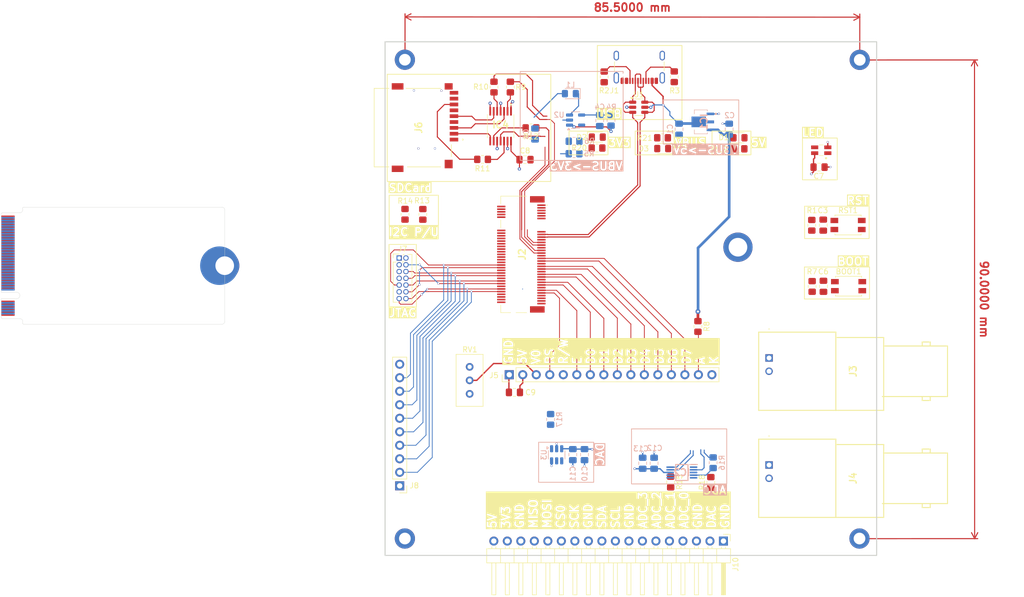
<source format=kicad_pcb>
(kicad_pcb (version 20240108) (generator "pcbnew") (generator_version "8.0")
  (layers (0 "F.Cu" signal) (31 "B.Cu" signal) (34 "B.Paste" user) (35 "F.Paste" user) (36 "B.SilkS" user "B.Silkscreen") (37 "F.SilkS" user "F.Silkscreen") (38 "B.Mask" user) (39 "F.Mask" user) (44 "Edge.Cuts" user))
  (net 0 "")
  (net 1 "/CHIP_BOOT")
  (net 2 "Earth")
  (net 3 "VBUS")
  (net 4 "+5V")
  (net 5 "/CHIP_PU")
  (net 6 "+3V3")
  (net 7 "/ADC_HDR_IN2")
  (net 8 "/ADC_RDY")
  (net 9 "/ADC_BNC_IN1")
  (net 10 "/ADC_HDR_IN0")
  (net 11 "/ADC_HDR_IN3")
  (net 12 "Net-(IC4-2A)")
  (net 13 "/DI_SDCARD")
  (net 14 "Net-(IC4-4A)")
  (net 15 "/CS_SDCARD")
  (net 16 "/SCK_SDCARD")
  (net 17 "Net-(IC4-1A)")
  (net 18 "Net-(IC4-3A)")
  (net 19 "/JTAG_MTDI")
  (net 20 "/JTAG_VCP_RX")
  (net 21 "/JTAG_VCP_TX")
  (net 22 "/ADC_MCU_IN0")
  (net 23 "/USB_CC2")
  (net 24 "/USB_D+")
  (net 26 "/USB_D-")
  (net 28 "/USB_CC1")
  (net 29 "/JTAG_MTMS")
  (net 30 "/DAC_MCU_OUT")
  (net 31 "Net-(U2-SW)")
  (net 32 "Net-(U2-EN)")
  (net 33 "Net-(U2-FB)")
  (net 34 "/CS0_SPI")
  (net 35 "/JTAG_MTDO")
  (net 36 "/LCD_V0")
  (net 37 "/LCD_A")
  (net 38 "/GPIO36")
  (net 39 "/JTAG_MTCK")
  (net 40 "/GPIO7")
  (net 41 "/GPIO38")
  (net 42 "/DAC_BNC_OUT")
  (net 43 "/SPICLK_N")
  (net 44 "/GPIO8")
  (net 45 "/SPICS1")
  (net 47 "/GPIO13")
  (net 48 "/GPIO1")
  (net 49 "/GPIO3")
  (net 50 "/GPIO10")
  (net 51 "/GPIO21")
  (net 52 "/GPIO45")
  (net 54 "/SPICLK_P")
  (net 55 "/GPIO5")
  (net 56 "/GPIO4")
  (net 58 "/GPIO37")
  (net 60 "/GPIO11")
  (net 61 "/DO_SDCARD")
  (net 63 "/GPIO14")
  (net 64 "/GPIO9")
  (net 66 "/GPIO2")
  (net 67 "/GPIO46")
  (net 68 "/ADC_HDR_IN1")
  (net 69 "/GPIO35")
  (net 70 "/DAC_HDR_OUT")
  (net 71 "/GPIO6")
  (net 73 "/GPIO17")
  (net 74 "Net-(D1-A)")
  (net 75 "Net-(D2-A)")
  (net 76 "Net-(D3-A)")
  (footprint "Github_Library:KHBNC503511" (layer "F.Cu") (at 221.65 109.6 -90)
    (property "Reference" "J4")
    (property "Value" "KH-BNC50-3511" (hide yes))
  )
  (footprint "Resistor_SMD:R_0805_2012Metric_Pad1.20x1.40mm_HandSolder" (layer "F.Cu") (at 210.7 112.875 90)
    (property "Reference" "R18")
    (property "Value" "10k")
  )
  (footprint "Capacitor_SMD:C_0805_2012Metric_Pad1.18x1.45mm_HandSolder" (layer "F.Cu") (at 175.7575 52.18875)
    (property "Reference" "C8")
    (property "Value" "100n")
  )
  (footprint "MountingHole:MountingHole_2.2mm_M2_DIN965_Pad" (layer "F.Cu") (at 238.7 33.425)
    (property "Reference" "REF**" (hide yes))
    (property "Value" "MountingHole_2.2mm_M2_DIN965_Pad")
  )
  (footprint "Connector_PinHeader_2.54mm:PinHeader_1x18_P2.54mm_Horizontal" (layer "F.Cu") (at 213.075 123.9 -90)
    (property "Reference" "J10")
    (property "Value" "Conn_01x18")
  )
  (footprint "Resistor_SMD:R_0805_2012Metric_Pad1.20x1.40mm_HandSolder" (layer "F.Cu") (at 189.3 50)
    (property "Reference" "R20")
    (property "Value" "5k1")
  )
  (footprint "LED_SMD:LED_0805_2012Metric_Pad1.15x1.40mm_HandSolder" (layer "F.Cu") (at 216 48.075)
    (property "Reference" "D1")
    (property "Value" "LED")
  )
  (footprint "Resistor_SMD:R_0805_2012Metric_Pad1.20x1.40mm_HandSolder" (layer "F.Cu") (at 203.825 36.6 -90)
    (property "Reference" "R3")
    (property "Value" "5k1")
  )
  (footprint "Resistor_SMD:R_0805_2012Metric_Pad1.20x1.40mm_HandSolder" (layer "F.Cu") (at 176.8825 46.21375 180)
    (property "Reference" "R12")
    (property "Value" "3k3")
  )
  (footprint "Capacitor_SMD:C_0805_2012Metric_Pad1.18x1.45mm_HandSolder" (layer "F.Cu") (at 231.835 64.5 90)
    (property "Reference" "C3")
    (property "Value" "100n")
  )
  (footprint "MountingHole:MountingHole_2.2mm_M2_DIN965_Pad" (layer "F.Cu") (at 153.175 33.4)
    (property "Reference" "REF**" (hide yes))
    (property "Value" "MountingHole_2.2mm_M2_DIN965_Pad")
  )
  (footprint "Resistor_SMD:R_0805_2012Metric_Pad1.20x1.40mm_HandSolder" (layer "F.Cu") (at 201.622473 48.075 180)
    (property "Reference" "R21")
    (property "Value" "5k1")
  )
  (footprint "Capacitor_SMD:C_0805_2012Metric_Pad1.18x1.45mm_HandSolder" (layer "F.Cu") (at 231.05 53.6)
    (property "Reference" "C7")
    (property "Value" "100n")
  )
  (footprint "Resistor_SMD:R_0805_2012Metric_Pad1.20x1.40mm_HandSolder" (layer "F.Cu") (at 153.2 62.462353 90)
    (property "Reference" "R14")
    (property "Value" "10k")
  )
  (footprint "Github_Library:WS2812C2020" (layer "F.Cu") (at 231.46 50.42)
    (property "Reference" "LED1" (hide yes))
    (property "Value" "WS2812C-2020" (hide yes))
  )
  (footprint "Package_TO_SOT_SMD:SOT-23-6" (layer "F.Cu") (at 197.15 42.3375)
    (property "Reference" "U1")
    (property "Value" "USBLC6-2SC6")
  )
  (footprint "LED_SMD:LED_0805_2012Metric_Pad1.15x1.40mm_HandSolder" (layer "F.Cu") (at 201.647473 50.1 180)
    (property "Reference" "D3")
    (property "Value" "LED")
  )
  (footprint "Resistor_SMD:R_0805_2012Metric_Pad1.20x1.40mm_HandSolder" (layer "F.Cu") (at 216 50.15)
    (property "Reference" "R19")
    (property "Value" "5k1")
  )
  (footprint "Connector_USB:USB_C_Receptacle_GCT_USB4105-xx-A_16P_TopMnt_Horizontal" (layer "F.Cu") (at 197.255 33.695 180)
    (property "Reference" "J1")
    (property "Value" "USB_C_Receptacle_USB2.0")
  )
  (footprint "Github_Library:SN74LVC125APWR" (layer "F.Cu") (at 171.175 45.89375 180)
    (property "Reference" "IC4")
    (property "Value" "SN74LVC125APWR" (hide yes))
  )
  (footprint "LED_SMD:LED_0805_2012Metric_Pad1.15x1.40mm_HandSolder" (layer "F.Cu") (at 189.35 47.95)
    (property "Reference" "D2")
    (property "Value" "LED")
  )
  (footprint "Connector_PinHeader_1.27mm:PinHeader_2x07_P1.27mm_Vertical" (layer "F.Cu") (at 152.105 70.685)
    (property "Reference" "J7")
    (property "Value" "Conn_ST_STDC14")
  )
  (footprint "Resistor_SMD:R_0805_2012Metric_Pad1.20x1.40mm_HandSolder" (layer "F.Cu") (at 167.7825 52.13875)
    (property "Reference" "R11")
    (property "Value" "3k3")
  )
  (footprint "Resistor_SMD:R_0805_2012Metric_Pad1.20x1.40mm_HandSolder" (layer "F.Cu") (at 229.685 64.525 -90)
    (property "Reference" "R1")
    (property "Value" "10k")
  )
  (footprint "Github_Library:TFPUSH" (layer "F.Cu") (at 154.6575 46.16375 -90)
    (property "Reference" "J6")
    (property "Value" "TF_PUSH" (hide yes))
  )
  (footprint "MountingHole:MountingHole_2.2mm_M2_DIN965_Pad" (layer "F.Cu") (at 153.175 123.425)
    (property "Reference" "REF**" (hide yes))
    (property "Value" "MountingHole_2.2mm_M2_DIN965_Pad")
  )
  (footprint "M.2-Card-Footprints:M.2-B-KEY" (layer "F.Cu") (at 77.3 72.125 -90)
    (property "Reference" "U$2" (hide yes))
    (property "Value" "M.2-B-KEY" (hide yes))
    (fp_line (start -9.75 0) (end 5 0) (stroke (width 0.05)) (layer "Edge.Cuts"))
    (fp_line (start 6.2 0) (end 9.75 0) (stroke (width 0.05)) (layer "Edge.Cuts"))
    (fp_line (start 9.95 -0.2) (end 9.95 -3.5) (stroke (width 0.05)) (layer "Edge.Cuts"))
    (fp_line (start 5 -2.9) (end 5 0) (stroke (width 0.05)) (layer "Edge.Cuts"))
    (fp_line (start 6.2 -2.9) (end 6.2 0) (stroke (width 0.05)) (layer "Edge.Cuts"))
    (fp_line (start -9.95 -3.5) (end -9.95 -0.2) (stroke (width 0.05)) (layer "Edge.Cuts"))
    (fp_line (start -10.8 -4) (end -10.45 -4) (stroke (width 0.05)) (layer "Edge.Cuts"))
    (fp_line (start 10.45 -4) (end 10.8 -4) (stroke (width 0.05)) (layer "Edge.Cuts"))
    (fp_line (start 11 -4.2) (end 11 -41.5) (stroke (width 0.05)) (layer "Edge.Cuts"))
    (fp_line (start -11 -41.5) (end -11 -4.2) (stroke (width 0.05)) (layer "Edge.Cuts"))
    (fp_line (start 10.5 -42) (end -10.5 -42) (stroke (width 0.05)) (layer "Edge.Cuts"))
    (fp_arc (start -9.75 0) (mid -9.891421 -0.058579) (end -9.95 -0.2) (stroke (width 0.05)) (layer "Edge.Cuts"))
    (fp_arc (start 9.95 -0.2) (mid 9.891421 -0.058579) (end 9.75 0) (stroke (width 0.05)) (layer "Edge.Cuts"))
    (fp_arc (start 5 -2.9) (mid 5.175736 -3.324264) (end 5.6 -3.5) (stroke (width 0.05)) (layer "Edge.Cuts"))
    (fp_arc (start 5.6 -3.5) (mid 6.024264 -3.324264) (end 6.2 -2.9) (stroke (width 0.05)) (layer "Edge.Cuts"))
    (fp_arc (start 9.95 -3.5) (mid 10.096447 -3.853553) (end 10.45 -4) (stroke (width 0.05)) (layer "Edge.Cuts"))
    (fp_arc (start -10.8 -4) (mid -10.941421 -4.058579) (end -11 -4.2) (stroke (width 0.05)) (layer "Edge.Cuts"))
    (fp_arc (start -10.45 -4) (mid -10.096447 -3.853553) (end -9.95 -3.5) (stroke (width 0.05)) (layer "Edge.Cuts"))
    (fp_arc (start 11 -4.2) (mid 10.941421 -4.058579) (end 10.8 -4) (stroke (width 0.05)) (layer "Edge.Cuts"))
    (fp_arc (start -11 -41.5) (mid -10.853553 -41.853553) (end -10.5 -42) (stroke (width 0.05)) (layer "Edge.Cuts"))
    (fp_arc (start 10.5 -42) (mid 10.853553 -41.853553) (end 11 -41.5) (stroke (width 0.05)) (layer "Edge.Cuts"))
  )
  (footprint "Resistor_SMD:R_0805_2012Metric_Pad1.20x1.40mm_HandSolder" (layer "F.Cu") (at 156.55 62.475 90)
    (property "Reference" "R13")
    (property "Value" "10k")
  )
  (footprint "Button_Switch_SMD:SW_SPST_EVQP2" (layer "F.Cu") (at 236.6 75.975)
    (property "Reference" "BOOT1")
    (property "Value" "SW_BOOT")
  )
  (footprint "Button_Switch_SMD:SW_SPST_EVQP2" (layer "F.Cu") (at 236.5 64.475)
    (property "Reference" "RST1")
    (property "Value" "SW_RST")
  )
  (footprint "Capacitor_SMD:C_0805_2012Metric_Pad1.18x1.45mm_HandSolder" (layer "F.Cu") (at 173.775 95.95 180)
    (property "Reference" "C9")
    (property "Value" "4u7")
  )
  (footprint "Resistor_SMD:R_0805_2012Metric_Pad1.20x1.40mm_HandSolder" (layer "F.Cu") (at 203.15 112.8 -90)
    (property "Reference" "R15")
    (property "Value" "10k")
  )
  (footprint "Resistor_SMD:R_0805_2012Metric_Pad1.20x1.40mm_HandSolder" (layer "F.Cu") (at 173.0075 38.53875 -90)
    (property "Reference" "R9")
    (property "Value" "3k3")
  )
  (footprint "Capacitor_SMD:C_0805_2012Metric_Pad1.18x1.45mm_HandSolder" (layer "F.Cu") (at 231.875 76 90)
    (property "Reference" "C6")
    (property "Value" "100n")
  )
  (footprint "Connector_PinHeader_2.54mm:PinHeader_1x16_P2.54mm_Vertical" (layer "F.Cu") (at 172.8 92.625 90)
    (property "Reference" "J5")
    (property "Value" "Conn_01x16")
  )
  (footprint "Potentiometer_THT:Potentiometer_Bourns_3296W_Vertical" (layer "F.Cu") (at 165.35 96.225 -90)
    (property "Reference" "RV1")
    (property "Value" "10k")
  )
  (footprint "Resistor_SMD:R_0805_2012Metric_Pad1.20x1.40mm_HandSolder" (layer "F.Cu") (at 169.9325 38.53875 -90)
    (property "Reference" "R10")
    (property "Value" "3k3")
  )
  (footprint "Resistor_SMD:R_0805_2012Metric_Pad1.20x1.40mm_HandSolder" (layer "F.Cu") (at 208.275 83.55 -90)
    (property "Reference" "R8")
    (property "Value" "220")
  )
  (footprint "Github_Library:KHBNC503511" (layer "F.Cu") (at 221.65 89.475 -90)
    (property "Reference" "J3")
    (property "Value" "KH-BNC50-3511" (hide yes))
  )
  (footprint "Connector_PinHeader_2.54mm:PinHeader_1x10_P2.54mm_Vertical" (layer "F.Cu") (at 152.2 113.515 180)
    (property "Reference" "J8")
    (property "Value" "Conn_01x10")
  )
  (footprint "" (layer "F.Cu") (at 215.8 68.65)
    (property "Reference" "")
    (property "Value" "")
  )
  (footprint "" (layer "F.Cu") (at 238.65 123.425)
    (property "Reference" "")
    (property "Value" "")
  )
  (footprint "Resistor_SMD:R_0805_2012Metric_Pad1.20x1.40mm_HandSolder" (layer "F.Cu") (at 229.75 76.025 -90)
    (property "Reference" "R7")
    (property "Value" "10k")
  )
  (footprint "Resistor_SMD:R_0805_2012Metric_Pad1.20x1.40mm_HandSolder" (layer "F.Cu") (at 190.65 36.625 -90)
    (property "Reference" "R2")
    (property "Value" "5k1")
  )
  (footprint "Github_Library:21992303" (layer "F.Cu") (at 173.575 70 -90)
    (property "Reference" "J2")
    (property "Value" "2199230-3" (hide yes))
  )
  (footprint "Capacitor_SMD:C_0805_2012Metric_Pad1.18x1.45mm_HandSolder" (layer "B.Cu") (at 186.95 107.65 -90)
    (property "Reference" "C10")
    (property "Value" "10u")
  )
  (footprint "Github_Library:SOP50P490X110-10N" (layer "B.Cu") (at 205.2525 111.005 180)
    (property "Reference" "IC2")
    (property "Value" "ADS1015IDGSR" (hide yes))
  )
  (footprint "Resistor_SMD:R_0805_2012Metric_Pad1.20x1.40mm_HandSolder" (layer "B.Cu") (at 184.9875 48.725 180)
    (property "Reference" "R6")
    (property "Value" "100k")
  )
  (footprint "Package_TO_SOT_SMD:SOT-23-5" (layer "B.Cu") (at 185.275 44.75)
    (property "Reference" "U2")
    (property "Value" "TLV62568DBV")
  )
  (footprint "Resistor_SMD:R_0805_2012Metric_Pad1.20x1.40mm_HandSolder" (layer "B.Cu") (at 191.9375 44.8 -90)
    (property "Reference" "R4")
    (property "Value" "10k")
  )
  (footprint "Capacitor_SMD:C_0805_2012Metric_Pad1.18x1.45mm_HandSolder" (layer "B.Cu") (at 184.75 107.65 -90)
    (property "Reference" "C11")
    (property "Value" "100n")
  )
  (footprint "LED_SMD:LED_0805_2012Metric_Pad1.15x1.40mm_HandSolder" (layer "B.Cu") (at 184.2875 39.775 180)
    (property "Reference" "L1")
    (property "Value" "2u2")
  )
  (footprint "Resistor_SMD:R_0805_2012Metric_Pad1.20x1.40mm_HandSolder" (layer "B.Cu") (at 180.575 101.025 90)
    (property "Reference" "R17")
    (property "Value" "3k3")
  )
  (footprint "Capacitor_SMD:C_0805_2012Metric_Pad1.18x1.45mm_HandSolder" (layer "B.Cu") (at 214.15 46.4625 90)
    (property "Reference" "C2")
    (property "Value" "1u")
  )
  (footprint "Capacitor_SMD:C_0805_2012Metric_Pad1.18x1.45mm_HandSolder" (layer "B.Cu") (at 189.8125 44.825 -90)
    (property "Reference" "C4")
    (property "Value" "4u7")
  )
  (footprint "Capacitor_SMD:C_0805_2012Metric_Pad1.18x1.45mm_HandSolder" (layer "B.Cu") (at 204.725 46.4625 -90)
    (property "Reference" "C1")
    (property "Value" "1u")
  )
  (footprint "Resistor_SMD:R_0805_2012Metric_Pad1.20x1.40mm_HandSolder" (layer "B.Cu") (at 184.9875 51.075)
    (property "Reference" "R5")
    (property "Value" "450k")
  )
  (footprint "Resistor_SMD:R_0805_2012Metric_Pad1.20x1.40mm_HandSolder" (layer "B.Cu") (at 211.135 109.17 90)
    (property "Reference" "R16")
    (property "Value" "3k3")
  )
  (footprint "Github_Library:MCP1703T5002EMB" (layer "B.Cu") (at 210.05 45.0875 -90)
    (property "Reference" "IC1")
    (property "Value" "MCP1702T-5002E_MB" (hide yes))
  )
  (footprint "Package_TO_SOT_SMD:SOT-23-6" (layer "B.Cu") (at 181.71 107.68 -90)
    (property "Reference" "U3")
    (property "Value" "MCP4725A0T-E/CH")
  )
  (footprint "Capacitor_SMD:C_0805_2012Metric_Pad1.18x1.45mm_HandSolder" (layer "B.Cu") (at 200.035 109.27 90)
    (property "Reference" "C12")
    (property "Value" "100n")
  )
  (footprint "Capacitor_SMD:C_0805_2012Metric_Pad1.18x1.45mm_HandSolder" (layer "B.Cu") (at 177.645 47.36375 -90)
    (property "Reference" "C5")
    (property "Value" "10u")
  )
  (footprint "Capacitor_SMD:C_0805_2012Metric_Pad1.18x1.45mm_HandSolder" (layer "B.Cu") (at 197.885 109.27 90)
    (property "Reference" "C13")
    (property "Value" "10u")
  )
  (gr_rect (start 178.325 105.324707) (end 188.675 112.85) (stroke (width 0.15)) (fill none) (layer "B.SilkS"))
  (gr_rect (start 174.8625 35.6) (end 194.212793 52.325) (stroke (width 0.15)) (fill none) (layer "B.SilkS"))
  (gr_rect (start 195.789853 102.805) (end 213.690146 113.155) (stroke (width 0.15)) (fill none) (layer "B.SilkS"))
  (gr_rect (start 201.75 40.9625) (end 215.950293 49.25) (stroke (width 0.15)) (fill none) (layer "B.SilkS"))
  (gr_rect (start 228.334854 60.95) (end 240.469708 67.025) (stroke (width 0.15)) (fill none) (layer "F.SilkS"))
  (gr_rect (start 150.199707 68.12) (end 155.325 79.87) (stroke (width 0.15)) (fill none) (layer "F.SilkS"))
  (gr_rect (start 149.8575 36.13875) (end 180.6075 56.28875) (stroke (width 0.15)) (fill none) (layer "F.SilkS"))
  (gr_rect (start 196.487353 46.825) (end 203.8 51.275) (stroke (width 0.15)) (fill none) (layer "F.SilkS"))
  (gr_rect (start 150.225 58.887353) (end 159.475 64.562646) (stroke (width 0.15)) (fill none) (layer "F.SilkS"))
  (gr_rect (start 189.362354 30.725) (end 205.275 44.65) (stroke (width 0.15)) (fill none) (layer "F.SilkS"))
  (gr_rect (start 228.299707 72.375) (end 240.534708 78.3875) (stroke (width 0.15)) (fill none) (layer "F.SilkS"))
  (gr_rect (start 227.9375 48.125) (end 234.468824 55.975) (stroke (width 0.15)) (fill none) (layer "F.SilkS"))
  (gr_rect (start 210.925 46.825) (end 218.237647 51.275) (stroke (width 0.15)) (fill none) (layer "F.SilkS"))
  (gr_rect (start 184.05 46.825) (end 191.362647 51.275) (stroke (width 0.15)) (fill none) (layer "F.SilkS"))
  (gr_rect (start 149.45 30.025) (end 241.875 126.6) (stroke (width 0.2)) (fill none) (layer "Edge.Cuts"))
  (gr_text "VBUS->3V3" (at 194.2875 54.3 -0) (layer "B.SilkS" knockout) (effects (font (size 1.5 1.5) (thickness 0.3) (bold yes)) (justify left bottom mirror)))
  (gr_text "ADC" (at 213.764853 115.23 -0) (layer "B.SilkS" knockout) (effects (font (size 1.5 1.5) (thickness 0.3) (bold yes)) (justify left bottom mirror)))
  (gr_text "VBUS->5V" (at 216.025 51.225 0) (layer "B.SilkS" knockout) (effects (font (size 1.5 1.5) (thickness 0.3) (bold yes)) (justify left bottom mirror)))
  (gr_text "DAC" (at 190.75 105.25 90) (layer "B.SilkS" knockout) (effects (font (size 1.5 1.5) (thickness 0.3) (bold yes)) (justify left bottom mirror)))
  (gr_text "GND\n5V\nV0\nRS\nR/W\nE\nD0\nD1\nD2\nD3\nD4\nD5\nD6\nD7\nA\nK\n" (at 192 90.825 90) (layer "F.SilkS" knockout) (effects (font (size 1.6 1.5) (thickness 0.3) (bold yes)) (justify left)))
  (gr_text "RST" (at 236.075 60.75 0) (layer "F.SilkS" knockout) (effects (font (size 1.5 1.5) (thickness 0.3) (bold yes)) (justify left bottom)))
  (gr_text "3V3" (at 191.25 49.9 0) (layer "F.SilkS" knockout) (effects (font (size 1.5 1.5) (thickness 0.3) (bold yes)) (justify left bottom)))
  (gr_text "5V\n3V3\nGND\nMISO\nMOSI\nCS0\nSCK\nGND\nSDA\nSCL\nGND\nADC_3\nADC_2\nADC_1\nADC_0\nGND\nDAC\nGND" (at 191.5 121.675 90) (layer "F.SilkS" knockout) (effects (font (size 1.6 1.5) (thickness 0.3) (bold yes)) (justify left)))
  (gr_text "I2C P/U" (at 149.937647 66.687353 0) (layer "F.SilkS" knockout) (effects (font (size 1.5 1.5) (thickness 0.3) (bold yes)) (justify left bottom)))
  (gr_text "5V" (at 218.075 49.9 0) (layer "F.SilkS" knockout) (effects (font (size 1.5 1.5) (thickness 0.3) (bold yes)) (justify left bottom)))
  (gr_text "SDCard" (at 149.95 58.375 -0) (layer "F.SilkS" knockout) (effects (font (size 1.5 1.5) (thickness 0.3) (bold yes)) (justify left bottom)))
  (gr_text "JTAG" (at 150.05 81.895 0) (layer "F.SilkS" knockout) (effects (font (size 1.5 1.5) (thickness 0.3) (bold yes)) (justify left bottom)))
  (gr_text "LED" (at 227.625 48.025 0) (layer "F.SilkS" knockout) (effects (font (size 1.5 1.5) (thickness 0.3) (bold yes)) (justify left bottom)))
  (gr_text "VBUS" (at 203.762353 49.9 0) (layer "F.SilkS" knockout) (effects (font (size 1.5 1.5) (thickness 0.3) (bold yes)) (justify left bottom)))
  (gr_text "BOOT" (at 240.515 72.2 0) (layer "F.SilkS" knockout) (effects (font (size 1.5 1.5) (thickness 0.3) (bold yes)) (justify right bottom)))
  (gr_text "USB" (at 189.2 44.475 0) (layer "F.SilkS" knockout) (effects (font (size 1.5 1.5) (thickness 0.3) (bold yes)) (justify left bottom)))
  (dimension (type aligned) (layer "F.Cu") (pts (xy 153.2 33.4) (xy 238.7 33.45)) (height -8.05) (gr_text "85,5000 mm" (at 195.955761 23.575001 359.9664937) (layer "F.Cu") (effects (font (size 1.5 1.5) (thickness 0.3)))) (format (prefix "") (suffix "") (units 3) (units_format 1) (precision 4)) (style (thickness 0.2) (arrow_length 1.27) (text_position_mode 0) (extension_height 0.58642) (extension_offset 0.5) keep_text_aligned))
  (dimension (type aligned) (layer "F.Cu") (pts (xy 238.7 33.45) (xy 238.725 123.45)) (height -21.575) (gr_text "90,0000 mm" (at 262.087499 78.443507 270.0159155) (layer "F.Cu") (effects (font (size 1.5 1.5) (thickness 0.3)))) (format (prefix "") (suffix "") (units 3) (units_format 1) (precision 4)) (style (thickness 0.2) (arrow_length 1.27) (text_position_mode 0) (extension_height 0.58642) (extension_offset 0.5) keep_text_aligned))
  (segment (start 172.475 50.10625) (end 172.4825 50.11375) (width 0.2) (layer "F.Cu") (net 2))
  (segment (start 171.175 41.59625) (end 171.1825 41.58875) (width 0.2) (layer "F.Cu") (net 2))
  (segment (start 173.1325 41.58875) (end 173.1325 43.03625) (width 0.2) (layer "F.Cu") (net 2))
  (segment (start 169.2 43.09375) (end 169.2 41.59625) (width 0.2) (layer "F.Cu") (net 2))
  (segment (start 173.1325 43.03625) (end 173.125 43.04375) (width 0.2) (layer "F.Cu") (net 2))
  (segment (start 232.1125 53.575) (end 232.0875 53.6) (width 0.25) (layer "F.Cu") (net 2))
  (segment (start 173.4325 41.28875) (end 173.1325 41.58875) (width 0.2) (layer "F.Cu") (net 2))
  (segment (start 233.175 53.575) (end 232.1125 53.575) (width 0.25) (layer "F.Cu") (net 2))
  (segment (start 232.695 48.905) (end 232.695 49.87) (width 0.25) (layer "F.Cu") (net 2))
  (segment (start 170.525 50.10625) (end 170.5325 50.11375) (width 0.2) (layer "F.Cu") (net 2))
  (segment (start 172.7375 95.95) (end 172.7375 92.6875) (width 0.25) (layer "F.Cu") (net 2))
  (segment (start 170.525 48.69375) (end 170.525 50.10625) (width 0.2) (layer "F.Cu") (net 2))
  (segment (start 194.9125 42.3375) (end 194.9 42.325) (width 0.2) (layer "F.Cu") (net 2))
  (segment (start 196.0125 42.3375) (end 194.9125 42.3375) (width 0.2) (layer "F.Cu") (net 2))
  (segment (start 169.2 41.59625) (end 169.2075 41.58875) (width 0.2) (layer "F.Cu") (net 2))
  (segment (start 172.7375 92.6875) (end 172.8 92.625) (width 0.25) (layer "F.Cu") (net 2))
  (segment (start 172.475 48.69375) (end 172.475 50.10625) (width 0.2) (layer "F.Cu") (net 2))
  (segment (start 171.175 43.09375) (end 171.175 41.59625) (width 0.2) (layer "F.Cu") (net 2))
  (via (at 232.695 48.905) (size 0.4) (drill 0.3) (layers "F.Cu" "B.Cu") (net 2))
  (via (at 212.925 45.425) (size 0.4) (drill 0.3) (layers "F.Cu" "B.Cu") (net 2))
  (via (at 204.725 48.475) (size 0.4) (drill 0.3) (layers "F.Cu" "B.Cu") (net 2))
  (via (at 171.1825 41.58875) (size 0.6) (drill 0.3) (layers "F.Cu" "B.Cu") (net 2))
  (via (at 233.175 53.575) (size 0.4) (drill 0.3) (layers "F.Cu" "B.Cu") (net 2))
  (via (at 155.7075 50.08875) (size 0.4) (drill 0.3) (layers "F.Cu" "B.Cu") (net 2))
  (via (at 172.4825 50.11375) (size 0.6) (drill 0.3) (layers "F.Cu" "B.Cu") (net 2))
  (via (at 160.0325 39.22625) (size 0.4) (drill 0.3) (layers "F.Cu" "B.Cu") (net 2))
  (via (at 169.2075 41.58875) (size 0.6) (drill 0.3) (layers "F.Cu" "B.Cu") (net 2))
  (via (at 181.71 105.5925) (size 0.4) (drill 0.3) (layers "F.Cu" "B.Cu") (net 2))
  (via (at 197.875 107.2) (size 0.4) (drill 0.3) (layers "F.Cu" "B.Cu") (net 2))
  (via (at 180.76 109.7675) (size 0.4) (drill 0.3) (layers "F.Cu" "B.Cu") (net 2))
  (via (at 194.9 42.325) (size 0.6) (drill 0.3) (layers "F.Cu" "B.Cu") (net 2))
  (via (at 186.96 109.7675) (size 0.4) (drill 0.3) (layers "F.Cu" "B.Cu") (net 2))
  (via (at 173.4325 41.28875) (size 0.6) (drill 0.3) (layers "F.Cu" "B.Cu") (net 2))
  (via (at 158.8325 50.08875) (size 0.4) (drill 0.3) (layers "F.Cu" "B.Cu") (net 2))
  (via (at 200.025 107.225) (size 0.4) (drill 0.3) (layers "F.Cu" "B.Cu") (net 2))
  (via (at 212.225 43.575) (size 0.4) (drill 0.3) (layers "F.Cu" "B.Cu") (net 2))
  (via (at 170.5325 50.11375) (size 0.6) (drill 0.3) (layers "F.Cu" "B.Cu") (net 2))
  (via (at 154.8825 39.17625) (size 0.4) (drill 0.3) (layers "F.Cu" "B.Cu") (net 2))
  (via (at 184.76 109.7425) (size 0.4) (drill 0.3) (layers "F.Cu" "B.Cu") (net 2))
  (segment (start 180.76 108.8175) (end 180.76 109.7675) (width 0.25) (layer "B.Cu") (net 2))
  (segment (start 184.75 109.7325) (end 184.76 109.7425) (width 0.25) (layer "B.Cu") (net 2))
  (segment (start 210.613 43.5875) (end 212.2125 43.5875) (width 0.25) (layer "B.Cu") (net 2))
  (segment (start 184.1375 44.75) (end 182.8625 44.75) (width 0.2) (layer "B.Cu") (net 2))
  (segment (start 184.75 108.6875) (end 184.75 109.7325) (width 0.25) (layer "B.Cu") (net 2))
  (segment (start 197.885 107.21) (end 197.875 107.2) (width 0.25) (layer "B.Cu") (net 2))
  (segment (start 204.725 47.5) (end 204.725 48.475) (width 0.25) (layer "B.Cu") (net 2))
  (segment (start 200.035 107.235) (end 200.025 107.225) (width 0.25) (layer "B.Cu") (net 2))
  (segment (start 186.95 109.7575) (end 186.96 109.7675) (width 0.25) (layer "B.Cu") (net 2))
  (segment (start 200.035 108.2325) (end 200.035 107.235) (width 0.25) (layer "B.Cu") (net 2))
  (segment (start 212.2125 43.5875) (end 212.225 43.575) (width 0.25) (layer "B.Cu") (net 2))
  (segment (start 186.95 108.6875) (end 186.95 109.7575) (width 0.25) (layer "B.Cu") (net 2))
  (segment (start 214.15 45.425) (end 212.925 45.425) (width 0.25) (layer "B.Cu") (net 2))
  (segment (start 197.885 108.2325) (end 197.885 107.21) (width 0.25) (layer "B.Cu") (net 2))
  (segment (start 181.71 106.5425) (end 181.71 105.5925) (width 0.25) (layer "B.Cu") (net 2))
  (segment (start 199.3875 42.3375) (end 199.4 42.35) (width 0.2) (layer "F.Cu") (net 3))
  (segment (start 199.655 38.23) (end 199.655 37.375) (width 0.25) (layer "F.Cu") (net 3))
  (segment (start 198.2875 42.3375) (end 199.3875 42.3375) (width 0.2) (layer "F.Cu") (net 3))
  (segment (start 201.725 41.9) (end 201.725 40.3) (width 0.25) (layer "F.Cu") (net 3))
  (segment (start 201.725 40.3) (end 199.655 38.23) (width 0.25) (layer "F.Cu") (net 3))
  (via (at 199.4 42.35) (size 0.6) (drill 0.3) (layers "F.Cu" "B.Cu") (net 3))
  (via (at 201.725 41.9) (size 0.45) (drill 0.3) (layers "F.Cu" "B.Cu") (net 3))
  (segment (start 189.825 43.8) (end 189.8125 43.7875) (width 0.2) (layer "B.Cu") (net 3))
  (segment (start 201.725 41.9) (end 203 43.175) (width 0.2) (layer "B.Cu") (net 3))
  (segment (start 204.75 45.4) (end 204.725 45.425) (width 0.25) (layer "B.Cu") (net 3))
  (segment (start 186.425 43.7875) (end 186.4125 43.8) (width 0.2) (layer "B.Cu") (net 3))
  (segment (start 191.9375 43.8) (end 189.825 43.8) (width 0.2) (layer "B.Cu") (net 3))
  (segment (start 199.85 41.9) (end 199.4 42.35) (width 0.2) (layer "B.Cu") (net 3))
  (segment (start 204.6 45.425) (end 204.725 45.425) (width 0.2) (layer "B.Cu") (net 3))
  (segment (start 208.425 45.0875) (end 208.1125 45.4) (width 0.25) (layer "B.Cu") (net 3))
  (segment (start 203 43.825) (end 204.6 45.425) (width 0.2) (layer "B.Cu") (net 3))
  (segment (start 201.725 41.9) (end 199.85 41.9) (width 0.2) (layer "B.Cu") (net 3))
  (segment (start 203 43.175) (end 203 43.825) (width 0.2) (layer "B.Cu") (net 3))
  (segment (start 208.1125 45.4) (end 204.75 45.4) (width 0.5) (layer "B.Cu") (net 3))
  (segment (start 189.8125 43.7875) (end 186.425 43.7875) (width 0.2) (layer "B.Cu") (net 3))
  (segment (start 208.275 82.55) (end 208.275 80.75) (width 0.5) (layer "F.Cu") (net 4))
  (segment (start 174.8125 94.6875) (end 175.34 94.16) (width 0.25) (layer "F.Cu") (net 4))
  (segment (start 175.34 94.16) (end 175.34 92.625) (width 0.25) (layer "F.Cu") (net 4))
  (segment (start 174.8125 95.95) (end 174.8125 94.6875) (width 0.25) (layer "F.Cu") (net 4))
  (via (at 208.275 80.75) (size 0.9) (drill 0.4) (layers "F.Cu" "B.Cu") (net 4))
  (segment (start 210.613 46.5875) (end 212.0375 46.5875) (width 0.5) (layer "B.Cu") (net 4))
  (segment (start 212.95 47.5) (end 214.15 47.5) (width 0.5) (layer "B.Cu") (net 4))
  (segment (start 212.0375 46.5875) (end 212.95 47.5) (width 0.5) (layer "B.Cu") (net 4))
  (segment (start 214.15 47.5) (end 214.15 62.925) (width 0.5) (layer "B.Cu") (net 4))
  (segment (start 214.15 62.925) (end 208.3 68.775) (width 0.5) (layer "B.Cu") (net 4))
  (segment (start 208.3 80.725) (end 208.275 80.75) (width 0.5) (layer "B.Cu") (net 4))
  (segment (start 208.3 68.775) (end 208.3 80.725) (width 0.5) (layer "B.Cu") (net 4))
  (segment (start 174.72 53.92625) (end 174.7075 53.93875) (width 0.2) (layer "F.Cu") (net 6))
  (segment (start 230.0125 52.0875) (end 230.0125 53.6) (width 0.25) (layer "F.Cu") (net 6))
  (segment (start 230.225 51.875) (end 230.0125 52.0875) (width 0.25) (layer "F.Cu") (net 6))
  (segment (start 230.0125 54.4625) (end 229.6 54.875) (width 0.25) (layer "F.Cu") (net 6))
  (segment (start 230.0125 53.6) (end 230.0125 54.4625) (width 0.25) (layer "F.Cu") (net 6))
  (segment (start 173.1325 50.33875) (end 173.125 50.33125) (width 0.2) (layer "F.Cu") (net 6))
  (segment (start 174.72 52.18875) (end 174.72 53.92625) (width 0.2) (layer "F.Cu") (net 6))
  (segment (start 230.225 50.97) (end 230.225 51.875) (width 0.25) (layer "F.Cu") (net 6))
  (segment (start 173.125 50.33125) (end 173.125 48.69375) (width 0.2) (layer "F.Cu") (net 6))
  (segment (start 173.1325 50.60125) (end 173.1325 50.33875) (width 0.2) (layer "F.Cu") (net 6))
  (segment (start 174.72 52.18875) (end 173.1325 50.60125) (width 0.2) (layer "F.Cu") (net 6))
  (via (at 229.6 54.875) (size 0.45) (drill 0.3) (layers "F.Cu" "B.Cu") (net 6))
  (via (at 188.385 106.6425) (size 0.45) (drill 0.3) (layers "F.Cu" "B.Cu") (net 6))
  (via (at 196.4 110.3) (size 0.45) (drill 0.3) (layers "F.Cu" "B.Cu") (net 6))
  (via (at 174.7075 53.93875) (size 0.6) (drill 0.3) (layers "F.Cu" "B.Cu") (net 6))
  (segment (start 184.68 106.5425) (end 184.75 106.6125) (width 0.25) (layer "B.Cu") (net 6))
  (segment (start 184.75 106.6125) (end 186.95 106.6125) (width 0.25) (layer "B.Cu") (net 6))
  (segment (start 197.885 110.3075) (end 196.4075 110.3075) (width 0.25) (layer "B.Cu") (net 6))
  (segment (start 182.7375 39.775) (end 181.9 39.775) (width 0.2) (layer "B.Cu") (net 6))
  (segment (start 200.035 110.3075) (end 201.1575 110.3075) (width 0.25) (layer "B.Cu") (net 6))
  (segment (start 186.95 106.6125) (end 188.355 106.6125) (width 0.25) (layer "B.Cu") (net 6))
  (segment (start 201.1575 110.3075) (end 201.855 111.005) (width 0.25) (layer "B.Cu") (net 6))
  (segment (start 201.855 111.005) (end 203.0525 111.005) (width 0.25) (layer "B.Cu") (net 6))
  (segment (start 181.9 39.775) (end 177.4625 44.2125) (width 0.2) (layer "B.Cu") (net 6))
  (segment (start 182.66 106.5425) (end 184.68 106.5425) (width 0.25) (layer "B.Cu") (net 6))
  (segment (start 188.355 106.6125) (end 188.385 106.6425) (width 0.25) (layer "B.Cu") (net 6))
  (segment (start 196.4075 110.3075) (end 196.4 110.3) (width 0.25) (layer "B.Cu") (net 6))
  (segment (start 197.885 110.3075) (end 200.035 110.3075) (width 0.25) (layer "B.Cu") (net 6))
  (segment (start 183.9875 51.075) (end 182.4375 51.075) (width 0.2) (layer "B.Cu") (net 6))
  (segment (start 209.435 110.12) (end 209.435 108.52) (width 0.2) (layer "B.Cu") (net 8))
  (segment (start 209.05 110.505) (end 209.435 110.12) (width 0.2) (layer "B.Cu") (net 8))
  (segment (start 207.4525 110.505) (end 209.05 110.505) (width 0.2) (layer "B.Cu") (net 8))
  (segment (start 208.81 107.495) (end 208.81 106.72) (width 0.2) (layer "B.Cu") (net 8))
  (segment (start 209.435 108.12) (end 208.96 107.645) (width 0.2) (layer "B.Cu") (net 8))
  (segment (start 208.96 107.645) (end 208.81 107.495) (width 0.2) (layer "B.Cu") (net 8))
  (segment (start 209.435 108.52) (end 209.435 108.12) (width 0.2) (layer "B.Cu") (net 8))
  (segment (start 209.8 111.505) (end 211.135 110.17) (width 0.2) (layer "B.Cu") (net 10))
  (segment (start 207.4525 111.505) (end 209.8 111.505) (width 0.2) (layer "B.Cu") (net 10))
  (segment (start 169.9325 40.76375) (end 170.525 41.35625) (width 0.2) (layer "F.Cu") (net 12))
  (segment (start 170.525 41.35625) (end 170.525 43.09375) (width 0.2) (layer "F.Cu") (net 12))
  (segment (start 169.9325 39.53875) (end 169.9325 40.76375) (width 0.2) (layer "F.Cu") (net 12))
  (segment (start 170.9325 45.43875) (end 166.42 45.43875) (width 0.2) (layer "F.Cu") (net 13))
  (segment (start 171.825 43.09375) (end 171.825 44.54625) (width 0.2) (layer "F.Cu") (net 13))
  (segment (start 171.825 44.54625) (end 170.9325 45.43875) (width 0.2) (layer "F.Cu") (net 13))
  (segment (start 166.42 45.43875) (end 165.645 46.21375) (width 0.2) (layer "F.Cu") (net 13))
  (segment (start 165.645 46.21375) (end 162.4075 46.21375) (width 0.2) (layer "F.Cu") (net 13))
  (segment (start 171.825 50.87125) (end 170.5575 52.13875) (width 0.2) (layer "F.Cu") (net 14))
  (segment (start 171.825 48.69375) (end 171.825 50.87125) (width 0.2) (layer "F.Cu") (net 14))
  (segment (start 170.5575 52.13875) (end 168.7825 52.13875) (width 0.2) (layer "F.Cu") (net 14))
  (segment (start 169.225 47.70625) (end 168.8325 47.31375) (width 0.2) (layer "F.Cu") (net 15))
  (segment (start 168.8325 47.31375) (end 162.4075 47.31375) (width 0.2) (layer "F.Cu") (net 15))
  (segment (start 169.225 48.69375) (end 169.225 47.70625) (width 0.2) (layer "F.Cu") (net 15))
  (segment (start 166.4325 44.71375) (end 165.7575 44.03875) (width 0.2) (layer "F.Cu") (net 16))
  (segment (start 165.7575 44.03875) (end 162.4325 44.03875) (width 0.2) (layer "F.Cu") (net 16))
  (segment (start 162.4325 44.03875) (end 162.4075 44.01375) (width 0.2) (layer "F.Cu") (net 16))
  (segment (start 169.875 43.09375) (end 169.875 44.34625) (width 0.2) (layer "F.Cu") (net 16))
  (segment (start 169.5075 44.71375) (end 166.4325 44.71375) (width 0.2) (layer "F.Cu") (net 16))
  (segment (start 169.875 44.34625) (end 169.5075 44.71375) (width 0.2) (layer "F.Cu") (net 16))
  (segment (start 172.475 41.32125) (end 173.0075 40.78875) (width 0.2) (layer "F.Cu") (net 17))
  (segment (start 173.0075 40.78875) (end 173.0075 39.53875) (width 0.2) (layer "F.Cu") (net 17))
  (segment (start 172.475 43.09375) (end 172.475 41.32125) (width 0.2) (layer "F.Cu") (net 17))
  (segment (start 169.875 48.69375) (end 169.875 47.69375) (width 0.2) (layer "F.Cu") (net 18))
  (segment (start 171.355 46.21375) (end 175.8825 46.21375) (width 0.2) (layer "F.Cu") (net 18))
  (segment (start 169.875 47.69375) (end 171.355 46.21375) (width 0.2) (layer "F.Cu") (net 18))
  (segment (start 154.685 75.765) (end 155.45 75) (width 0.15) (layer "F.Cu") (net 19))
  (segment (start 155.45 75) (end 162.675 75) (width 0.15) (layer "F.Cu") (net 19))
  (segment (start 162.725 75) (end 171.3 75) (width 0.15) (layer "F.Cu") (net 19))
  (segment (start 153.375 75.765) (end 154.685 75.765) (width 0.15) (layer "F.Cu") (net 19))
  (via (at 163.5 75) (size 0.4) (drill 0.3) (layers "F.Cu" "B.Cu") (net 19))
  (segment (start 156.575 101.6) (end 156.575 85.725) (width 0.15) (layer "B.Cu") (net 19))
  (segment (start 152.2 103.355) (end 154.82 103.355) (width 0.15) (layer "B.Cu") (net 19))
  (segment (start 163.5 78.8) (end 163.5 75) (width 0.15) (layer "B.Cu") (net 19))
  (segment (start 154.82 103.355) (end 156.575 101.6) (width 0.15) (layer "B.Cu") (net 19))
  (segment (start 156.575 85.725) (end 163.5 78.8) (width 0.15) (layer "B.Cu") (net 19))
  (segment (start 156.325 77.575) (end 154.525 79.375) (width 0.15) (layer "F.Cu") (net 20))
  (segment (start 152.375 79.375) (end 152.105 79.105) (width 0.15) (layer "F.Cu") (net 20))
  (segment (start 152.105 79.105) (end 152.105 78.305) (width 0.15) (layer "F.Cu") (net 20))
  (segment (start 154.525 79.375) (end 152.375 79.375) (width 0.15) (layer "F.Cu") (net 20))
  (segment (start 157.375 76.525) (end 157.4 76.5) (width 0.15) (layer "F.Cu") (net 20))
  (segment (start 157.4 76.5) (end 171.3 76.5) (width 0.15) (layer "F.Cu") (net 20))
  (via (at 164.9 76.5) (size 0.4) (drill 0.3) (layers "F.Cu" "B.Cu") (net 20))
  (via (at 157.375 76.525) (size 0.4) (drill 0.3) (layers "F.Cu" "B.Cu") (net 20))
  (via (at 156.325 77.575) (size 0.4) (drill 0.3) (layers "F.Cu" "B.Cu") (net 20))
  (segment (start 155.39 108.435) (end 157.75 106.075) (width 0.15) (layer "B.Cu") (net 20))
  (segment (start 164.9 78.975) (end 164.9 76.5) (width 0.15) (layer "B.Cu") (net 20))
  (segment (start 175.3 76.525) (end 175.325 76.5) (width 0.15) (layer "B.Cu") (net 20))
  (segment (start 157.75 106.075) (end 157.75 86.125) (width 0.15) (layer "B.Cu") (net 20))
  (segment (start 157.75 86.125) (end 164.9 78.975) (width 0.15) (layer "B.Cu") (net 20))
  (segment (start 157.375 76.525) (end 156.325 77.575) (width 0.15) (layer "B.Cu") (net 20))
  (segment (start 152.2 108.435) (end 155.39 108.435) (width 0.15) (layer "B.Cu") (net 20))
  (segment (start 153.375 78.305) (end 154.495 78.305) (width 0.15) (layer "F.Cu") (net 21))
  (segment (start 157.577409 77) (end 163.9 77) (width 0.15) (layer "F.Cu") (net 21))
  (segment (start 154.495 78.305) (end 155.8 77) (width 0.15) (layer "F.Cu") (net 21))
  (segment (start 157.172591 77) (end 157.176591 77.004) (width 0.15) (layer "F.Cu") (net 21))
  (segment (start 157.176591 77.004) (end 157.573409 77.004) (width 0.15) (layer "F.Cu") (net 21))
  (segment (start 157.573409 77.004) (end 157.577409 77) (width 0.15) (layer "F.Cu") (net 21))
  (segment (start 155.8 77) (end 157.172591 77) (width 0.15) (layer "F.Cu") (net 21))
  (segment (start 163.95 77) (end 171.3 77) (width 0.15) (layer "F.Cu") (net 21))
  (via (at 165.675 77) (size 0.4) (drill 0.3) (layers "F.Cu" "B.Cu") (net 21))
  (segment (start 158.325 108.175) (end 155.525 110.975) (width 0.15) (layer "B.Cu") (net 21))
  (segment (start 165.675 77) (end 165.675 78.975) (width 0.15) (layer "B.Cu") (net 21))
  (segment (start 158.325 86.325) (end 158.325 108.175) (width 0.15) (layer "B.Cu") (net 21))
  (segment (start 165.675 78.975) (end 158.325 86.325) (width 0.15) (layer "B.Cu") (net 21))
  (segment (start 155.525 110.975) (end 152.2 110.975) (width 0.15) (layer "B.Cu") (net 21))
  (segment (start 210.335 108.17) (end 209.685 107.52) (width 0.2) (layer "B.Cu") (net 22))
  (segment (start 209.685 107.52) (end 209.46 107.295) (width 0.2) (layer "B.Cu") (net 22))
  (segment (start 209.46 107.295) (end 209.46 106.795) (width 0.2) (layer "B.Cu") (net 22))
  (segment (start 211.135 108.17) (end 210.335 108.17) (width 0.2) (layer "B.Cu") (net 22))
  (segment (start 190.775 35.625) (end 190.65 35.625) (width 0.2) (layer "F.Cu") (net 23))
  (segment (start 191.7 34.7) (end 190.775 35.625) (width 0.2) (layer "F.Cu") (net 23))
  (segment (start 194.775 34.7) (end 191.7 34.7) (width 0.2) (layer "F.Cu") (net 23))
  (segment (start 195.505 37.375) (end 195.505 35.43) (width 0.2) (layer "F.Cu") (net 23))
  (segment (start 195.505 35.43) (end 194.775 34.7) (width 0.2) (layer "F.Cu") (net 23))
  (segment (start 196.0125 41.3875) (end 194.6625 41.3875) (width 0.2) (layer "F.Cu") (net 24))
  (segment (start 196.95 56.9568) (end 196.95 45.4) (width 0.2) (layer "F.Cu") (net 24))
  (segment (start 196.95 45.4) (end 196.925 45.375) (width 0.2) (layer "F.Cu") (net 24))
  (segment (start 196.0125 44.281251) (end 196.0125 43.2875) (width 0.2) (layer "F.Cu") (net 24))
  (segment (start 194.25 42.925) (end 194.6125 43.2875) (width 0.2) (layer "F.Cu") (net 24))
  (segment (start 180.037501 66.275) (end 187.6318 66.275) (width 0.2) (layer "F.Cu") (net 24))
  (segment (start 196.505 36.32) (end 196.505 37.375) (width 0.2) (layer "F.Cu") (net 24))
  (segment (start 194.6125 43.2875) (end 196.0125 43.2875) (width 0.2) (layer "F.Cu") (net 24))
  (segment (start 196.505 39.82) (end 196.0125 40.3125) (width 0.2) (layer "F.Cu") (net 24))
  (segment (start 178.85 66.25) (end 180.012501 66.25) (width 0.2) (layer "F.Cu") (net 24))
  (segment (start 196.925 45.193751) (end 196.0125 44.281251) (width 0.2) (layer "F.Cu") (net 24))
  (segment (start 196.0125 40.3125) (end 196.0125 41.3875) (width 0.2) (layer "F.Cu") (net 24))
  (segment (start 196.925 45.375) (end 196.925 45.193751) (width 0.2) (layer "F.Cu") (net 24))
  (segment (start 197.505 37.375) (end 197.505 36.255) (width 0.2) (layer "F.Cu") (net 24))
  (segment (start 196.725 36.1) (end 196.505 36.32) (width 0.2) (layer "F.Cu") (net 24))
  (segment (start 194.25 41.8) (end 194.25 42.925) (width 0.2) (layer "F.Cu") (net 24))
  (segment (start 187.6318 66.275) (end 196.95 56.9568) (width 0.2) (layer "F.Cu") (net 24))
  (segment (start 194.6625 41.3875) (end 194.25 41.8) (width 0.2) (layer "F.Cu") (net 24))
  (segment (start 180.012501 66.25) (end 180.037501 66.275) (width 0.2) (layer "F.Cu") (net 24))
  (segment (start 197.505 36.255) (end 197.35 36.1) (width 0.2) (layer "F.Cu") (net 24))
  (segment (start 196.505 37.375) (end 196.505 39.82) (width 0.2) (layer "F.Cu") (net 24))
  (segment (start 197.35 36.1) (end 196.725 36.1) (width 0.2) (layer "F.Cu") (net 24))
  (segment (start 200.05 42.95) (end 199.7125 43.2875) (width 0.2) (layer "F.Cu") (net 26))
  (segment (start 200.05 41.75) (end 200.05 42.95) (width 0.2) (layer "F.Cu") (net 26))
  (segment (start 197.005 37.375) (end 197.005 38.43) (width 0.2) (layer "F.Cu") (net 26))
  (segment (start 197.85 38.575) (end 198.005 38.42) (width 0.2) (layer "F.Cu") (net 26))
  (segment (start 178.85 66.75) (end 180.012501 66.75) (width 0.2) (layer "F.Cu") (net 26))
  (segment (start 197.4 45.227794) (end 197.375 45.202794) (width 0.2) (layer "F.Cu") (net 26))
  (segment (start 197.4 57.1432) (end 197.4 45.227794) (width 0.2) (layer "F.Cu") (net 26))
  (segment (start 199.6875 41.3875) (end 200.05 41.75) (width 0.2) (layer "F.Cu") (net 26))
  (segment (start 198.2875 40.4625) (end 197.5 39.675) (width 0.2) (layer "F.Cu") (net 26))
  (segment (start 198.2875 41.3875) (end 198.2875 40.4625) (width 0.2) (layer "F.Cu") (net 26))
  (segment (start 197.5 38.575) (end 197.85 38.575) (width 0.2) (layer "F.Cu") (net 26))
  (segment (start 198.005 38.42) (end 198.005 37.375) (width 0.2) (layer "F.Cu") (net 26))
  (segment (start 197.15 38.575) (end 197.5 38.575) (width 0.2) (layer "F.Cu") (net 26))
  (segment (start 197.375 45.193751) (end 198.2875 44.281251) (width 0.2) (layer "F.Cu") (net 26))
  (segment (start 197.005 38.43) (end 197.15 38.575) (width 0.2) (layer "F.Cu") (net 26))
  (segment (start 187.8182 66.725) (end 197.4 57.1432) (width 0.2) (layer "F.Cu") (net 26))
  (segment (start 180.037501 66.725) (end 187.8182 66.725) (width 0.2) (layer "F.Cu") (net 26))
  (segment (start 198.2875 41.3875) (end 199.6875 41.3875) (width 0.2) (layer "F.Cu") (net 26))
  (segment (start 199.7125 43.2875) (end 198.2875 43.2875) (width 0.2) (layer "F.Cu") (net 26))
  (segment (start 197.375 45.202794) (end 197.375 45.193751) (width 0.2) (layer "F.Cu") (net 26))
  (segment (start 197.5 39.675) (end 197.5 38.575) (width 0.2) (layer "F.Cu") (net 26))
  (segment (start 180.012501 66.75) (end 180.037501 66.725) (width 0.2) (layer "F.Cu") (net 26))
  (segment (start 198.2875 44.281251) (end 198.2875 43.2875) (width 0.2) (layer "F.Cu") (net 26))
  (segment (start 198.505 37.375) (end 198.505 35.67) (width 0.2) (layer "F.Cu") (net 28))
  (segment (start 198.505 35.67) (end 199.375 34.8) (width 0.2) (layer "F.Cu") (net 28))
  (segment (start 199.375 34.8) (end 203.025 34.8) (width 0.2) (layer "F.Cu") (net 28))
  (segment (start 203.025 34.8) (end 203.825 35.6) (width 0.2) (layer "F.Cu") (net 28))
  (segment (start 159.475 75.5) (end 171.3 75.5) (width 0.15) (layer "F.Cu") (net 29))
  (via (at 164.275 75.5) (size 0.4) (drill 0.3) (layers "F.Cu" "B.Cu") (net 29))
  (via (at 155.95 71.955) (size 0.4) (drill 0.3) (layers "F.Cu" "B.Cu") (net 29))
  (via (at 159.475 75.5) (size 0.4) (drill 0.3) (layers "F.Cu" "B.Cu") (net 29))
  (segment (start 157.15 85.85) (end 157.15 103.975) (width 0.15) (layer "B.Cu") (net 29))
  (segment (start 164.275 78.725) (end 157.15 85.85) (width 0.15) (layer "B.Cu") (net 29))
  (segment (start 155.23 105.895) (end 152.2 105.895) (width 0.15) (layer "B.Cu") (net 29))
  (segment (start 164.275 75.5) (end 164.275 78.725) (width 0.15) (layer "B.Cu") (net 29))
  (segment (start 155.95 71.955) (end 153.375 71.955) (width 0.15) (layer "B.Cu") (net 29))
  (segment (start 157.15 103.975) (end 155.23 105.895) (width 0.15) (layer "B.Cu") (net 29))
  (segment (start 159.475 75.48) (end 155.95 71.955) (width 0.15) (layer "B.Cu") (net 29))
  (segment (start 159.475 75.5) (end 159.475 75.48) (width 0.15) (layer "B.Cu") (net 29))
  (segment (start 185.8375 42.1) (end 185.8375 39.775) (width 0.2) (layer "B.Cu") (net 31))
  (segment (start 184.1375 43.8) (end 185.8375 42.1) (width 0.2) (layer "B.Cu") (net 31))
  (segment (start 191.0875 46.025) (end 184.9875 46.025) (width 0.2) (layer "F.Cu") (net 32))
  (segment (start 191.9375 46.875) (end 191.0875 46.025) (width 0.2) (layer "F.Cu") (net 32))
  (via (at 191.9375 46.875) (size 0.6) (drill 0.3) (layers "F.Cu" "B.Cu") (net 32))
  (via (at 184.9875 46.025) (size 0.6) (drill 0.3) (layers "F.Cu" "B.Cu") (net 32))
  (segment (start 184.1375 45.7) (end 184.6625 45.7) (width 0.2) (layer "B.Cu") (net 32))
  (segment (start 191.9375 45.8) (end 191.9375 46.875) (width 0.2) (layer "B.Cu") (net 32))
  (segment (start 184.6625 45.7) (end 184.9875 46.025) (width 0.2) (layer "B.Cu") (net 32))
  (segment (start 179.73875 46.21375) (end 177.8825 46.21375) (width 0.2) (layer "F.Cu") (net 34))
  (segment (start 177.6 69.25) (end 178.85 69.25) (width 0.15) (layer "F.Cu") (net 34))
  (segment (start 175.125 65.35) (end 175.125 66.775) (width 0.15) (layer "F.Cu") (net 34))
  (segment (start 175.125 58.19038) (end 180.225 53.09038) (width 0.2) (layer "F.Cu") (net 34))
  (segment (start 180.225 53.09038) (end 180.225 46.7) (width 0.2) (layer "F.Cu") (net 34))
  (segment (start 175.125 66.775) (end 177.6 69.25) (width 0.15) (layer "F.Cu") (net 34))
  (segment (start 175.125 65.35) (end 175.125 58.19038) (width 0.2) (layer "F.Cu") (net 34))
  (segment (start 180.225 46.7) (end 179.73875 46.21375) (width 0.2) (layer "F.Cu") (net 34))
  (segment (start 153.375 74.495) (end 154.555 74.495) (width 0.15) (layer "F.Cu") (net 35))
  (segment (start 154.555 74.495) (end 155.05 74) (width 0.15) (layer "F.Cu") (net 35))
  (segment (start 155.05 74) (end 171.3 74) (width 0.15) (layer "F.Cu") (net 35))
  (via (at 162.65 74) (size 0.4) (drill 0.3) (layers "F.Cu" "B.Cu") (net 35))
  (segment (start 152.2 100.815) (end 154.635 100.815) (width 0.15) (layer "B.Cu") (net 35))
  (segment (start 156 99.45) (end 156 85.45) (width 0.15) (layer "B.Cu") (net 35))
  (segment (start 156 85.45) (end 162.65 78.8) (width 0.15) (layer "B.Cu") (net 35))
  (segment (start 162.65 78.8) (end 162.65 74) (width 0.15) (layer "B.Cu") (net 35))
  (segment (start 154.635 100.815) (end 156 99.45) (width 0.15) (layer "B.Cu") (net 35))
  (segment (start 166.69 93.685) (end 169.85 90.525) (width 0.25) (layer "F.Cu") (net 36))
  (segment (start 165.35 93.685) (end 166.69 93.685) (width 0.25) (layer "F.Cu") (net 36))
  (segment (start 169.85 90.525) (end 175.78 90.525) (width 0.25) (layer "F.Cu") (net 36))
  (segment (start 175.78 90.525) (end 177.88 92.625) (width 0.25) (layer "F.Cu") (net 36))
  (segment (start 208.36 84.635) (end 208.275 84.55) (width 0.15) (layer "F.Cu") (net 37))
  (segment (start 208.36 92.625) (end 208.36 84.635) (width 0.15) (layer "F.Cu") (net 37))
  (segment (start 206.335 107.945) (end 206.86 107.42) (width 0.2) (layer "B.Cu") (net 38))
  (segment (start 206.86 107.42) (end 206.86 106.87) (width 0.2) (layer "B.Cu") (net 38))
  (segment (start 203.0525 110.005) (end 204.275 110.005) (width 0.2) (layer "B.Cu") (net 38))
  (segment (start 204.275 110.005) (end 206.335 107.945) (width 0.2) (layer "B.Cu") (net 38))
  (segment (start 155.023795 73.5) (end 154.748795 73.225) (width 0.15) (layer "F.Cu") (net 39))
  (segment (start 161.75 73.5) (end 155.023795 73.5) (width 0.15) (layer "F.Cu") (net 39))
  (segment (start 171.3 73.5) (end 161.8 73.5) (width 0.15) (layer "F.Cu") (net 39))
  (segment (start 154.748795 73.225) (end 153.375 73.225) (width 0.15) (layer "F.Cu") (net 39))
  (via (at 161.875 73.5) (size 0.4) (drill 0.3) (layers "F.Cu" "B.Cu") (net 39))
  (segment (start 155.425 85.225) (end 155.425 97.4) (width 0.15) (layer "B.Cu") (net 39))
  (segment (start 154.55 98.275) (end 152.2 98.275) (width 0.15) (layer "B.Cu") (net 39))
  (segment (start 161.875 73.5) (end 161.875 78.775) (width 0.15) (layer "B.Cu") (net 39))
  (segment (start 155.425 97.4) (end 154.55 98.275) (width 0.15) (layer "B.Cu") (net 39))
  (segment (start 161.875 78.775) (end 155.425 85.225) (width 0.15) (layer "B.Cu") (net 39))
  (segment (start 198.2 83.425) (end 187.525 72.75) (width 0.15) (layer "F.Cu") (net 40))
  (segment (start 198.2 92.625) (end 198.2 83.425) (width 0.15) (layer "F.Cu") (net 40))
  (segment (start 187.525 72.75) (end 178.85 72.75) (width 0.15) (layer "F.Cu") (net 40))
  (segment (start 161.25 72.5) (end 171.3 72.5) (width 0.15) (layer "F.Cu") (net 41))
  (segment (start 154.565 77.035) (end 153.375 77.035) (width 0.15) (layer "F.Cu") (net 41))
  (segment (start 156.4 72.5) (end 155.925 72.975) (width 0.15) (layer "F.Cu") (net 41))
  (segment (start 155.9 75.7) (end 154.565 77.035) (width 0.15) (layer "F.Cu") (net 41))
  (segment (start 161.25 72.5) (end 156.4 72.5) (width 0.15) (layer "F.Cu") (net 41))
  (via (at 161.25 72.5) (size 0.4) (drill 0.3) (layers "F.Cu" "B.Cu") (net 41))
  (via (at 155.925 72.975) (size 0.4) (drill 0.3) (layers "F.Cu" "B.Cu") (net 41))
  (via (at 155.9 75.7) (size 0.4) (drill 0.3) (layers "F.Cu" "B.Cu") (net 41))
  (segment (start 155.925 75.675) (end 155.9 75.7) (width 0.15) (layer "B.Cu") (net 41))
  (segment (start 154.8 85.1) (end 154.8 94.925) (width 0.15) (layer "B.Cu") (net 41))
  (segment (start 153.99 95.735) (end 152.2 95.735) (width 0.15) (layer "B.Cu") (net 41))
  (segment (start 154.8 94.925) (end 153.99 95.735) (width 0.15) (layer "B.Cu") (net 41))
  (segment (start 155.925 72.975) (end 155.925 75.675) (width 0.15) (layer "B.Cu") (net 41))
  (segment (start 161.25 72.5) (end 161.25 78.65) (width 0.15) (layer "B.Cu") (net 41))
  (segment (start 161.25 78.65) (end 154.8 85.1) (width 0.15) (layer "B.Cu") (net 41))
  (segment (start 188.425 72.25) (end 200.74 84.565) (width 0.15) (layer "F.Cu") (net 44))
  (segment (start 178.85 72.25) (end 188.425 72.25) (width 0.15) (layer "F.Cu") (net 44))
  (segment (start 200.74 84.565) (end 200.74 92.625) (width 0.15) (layer "F.Cu") (net 44))
  (segment (start 178.85 68.25) (end 177.25 68.25) (width 0.15) (layer "F.Cu") (net 47))
  (segment (start 176.1825 42.28875) (end 178.5325 44.63875) (width 0.2) (layer "F.Cu") (net 47))
  (segment (start 181.3 52.475) (end 181.3 45.375) (width 0.15) (layer "F.Cu") (net 47))
  (segment (start 176.1825 39.01375) (end 176.1825 42.28875) (width 0.2) (layer "F.Cu") (net 47))
  (segment (start 173.0075 37.53875) (end 174.7075 37.53875) (width 0.2) (layer "F.Cu") (net 47))
  (segment (start 175.7 66.7) (end 175.7 58.075) (width 0.15) (layer "F.Cu") (net 47))
  (segment (start 181.3 45.375) (end 180.56375 44.63875) (width 0.15) (layer "F.Cu") (net 47))
  (segment (start 174.7075 37.53875) (end 175.5575 38.38875) (width 0.2) (layer "F.Cu") (net 47))
  (segment (start 177.25 68.25) (end 175.7 66.7) (width 0.15) (layer "F.Cu") (net 47))
  (segment (start 175.7 58.075) (end 181.3 52.475) (width 0.15) (layer "F.Cu") (net 47))
  (segment (start 175.5575 38.38875) (end 176.1825 39.01375) (width 0.2) (layer "F.Cu") (net 47))
  (segment (start 178.5325 44.63875) (end 179.8825 44.63875) (width 0.2) (layer "F.Cu") (net 47))
  (segment (start 180.56375 44.63875) (end 179.8825 44.63875) (width 0.15) (layer "F.Cu") (net 47))
  (segment (start 182.25 78.25) (end 181.25 77.25) (width 0.15) (layer "F.Cu") (net 48))
  (segment (start 182.25 87.025) (end 182.25 78.25) (width 0.15) (layer "F.Cu") (net 48))
  (segment (start 181.25 77.25) (end 178.85 77.25) (width 0.15) (layer "F.Cu") (net 48))
  (segment (start 180.42 92.625) (end 180.42 88.855) (width 0.15) (layer "F.Cu") (net 48))
  (segment (start 180.42 88.855) (end 182.25 87.025) (width 0.15) (layer "F.Cu") (net 48))
  (segment (start 188.04 80.865) (end 182.925 75.75) (width 0.15) (layer "F.Cu") (net 49))
  (segment (start 188.04 92.625) (end 188.04 80.865) (width 0.15) (layer "F.Cu") (net 49))
  (segment (start 182.925 75.75) (end 178.85 75.75) (width 0.15) (layer "F.Cu") (net 49))
  (segment (start 205.82 85.945) (end 205.82 92.625) (width 0.15) (layer "F.Cu") (net 50))
  (segment (start 178.85 70.75) (end 190.625 70.75) (width 0.15) (layer "F.Cu") (net 50))
  (segment (start 190.625 70.75) (end 205.82 85.945) (width 0.15) (layer "F.Cu") (net 50))
  (segment (start 185.375 74.25) (end 178.85 74.25) (width 0.15) (layer "F.Cu") (net 55))
  (segment (start 193.12 81.995) (end 185.375 74.25) (width 0.15) (layer "F.Cu") (net 55))
  (segment (start 193.12 92.625) (end 193.12 81.995) (width 0.15) (layer "F.Cu") (net 55))
  (segment (start 183.8 75.25) (end 190.58 82.03) (width 0.15) (layer "F.Cu") (net 56))
  (segment (start 190.58 82.03) (end 190.58 92.625) (width 0.15) (layer "F.Cu") (net 56))
  (segment (start 178.85 75.25) (end 183.8 75.25) (width 0.15) (layer "F.Cu") (net 56))
  (segment (start 150.5 69.825) (end 150.5 75.05) (width 0.15) (layer "F.Cu") (net 58))
  (segment (start 160.475 72) (end 157.6 72) (width 0.15) (layer "F.Cu") (net 58))
  (segment (start 150.5 75.05) (end 151.215 75.765) (width 0.15) (layer "F.Cu") (net 58))
  (segment (start 154.75 69.15) (end 151.175 69.15) (width 0.15) (layer "F.Cu") (net 58))
  (segment (start 157.6 72) (end 154.75 69.15) (width 0.15) (layer "F.Cu") (net 58))
  (segment (start 151.175 69.15) (end 150.5 69.825) (width 0.15) (layer "F.Cu") (net 58))
  (segment (start 160.475 72) (end 171.3 72) (width 0.15) (layer "F.Cu") (net 58))
  (segment (start 151.215 75.765) (end 152.105 75.765) (width 0.15) (layer "F.Cu") (net 58))
  (via (at 160.475 72) (size 0.4) (drill 0.3) (layers "F.Cu" "B.Cu") (net 58))
  (segment (start 153.555 93.195) (end 154.225 92.525) (width 0.15) (layer "B.Cu") (net 58))
  (segment (start 154.225 92.525) (end 154.225 84.825) (width 0.15) (layer "B.Cu") (net 58))
  (segment (start 152.2 93.195) (end 153.555 93.195) (width 0.15) (layer "B.Cu") (net 58))
  (segment (start 160.475 78.575) (end 160.475 72) (width 0.15) (layer "B.Cu") (net 58))
  (segment (start 154.225 84.825) (end 160.475 78.575) (width 0.15) (layer "B.Cu") (net 58))
  (segment (start 169.9325 36.46375) (end 170.3075 36.08875) (width 0.2) (layer "F.Cu") (net 60))
  (segment (start 177.1825 37.33875) (end 177.1825 39.78875) (width 0.2) (layer "F.Cu") (net 60))
  (segment (start 174.8 57.95) (end 179.525 53.225) (width 0.15) (layer "F.Cu") (net 60))
  (segment (start 174.8 67.1) (end 174.8 57.95) (width 0.15) (layer "F.Cu") (net 60))
  (segment (start 177.1825 39.78875) (end 177.1825 41.98875) (width 0.2) (layer "F.Cu") (net 60))
  (segment (start 170.3075 36.08875) (end 175.9325 36.08875) (width 0.2) (layer "F.Cu") (net 60))
  (segment (start 179.2075 44.01375) (end 179.8825 44.01375) (width 0.2) (layer "F.Cu") (net 60))
  (segment (start 179.1825 43.98875) (end 179.2075 44.01375) (width 0.2) (layer "F.Cu") (net 60))
  (segment (start 175.9325 36.08875) (end 177.1825 37.33875) (width 0.2) (layer "F.Cu") (net 60))
  (segment (start 169.9325 37.53875) (end 169.9325 36.46375) (width 0.2) (layer "F.Cu") (net 60))
  (segment (start 178.85 69.75) (end 177.45 69.75) (width 0.15) (layer "F.Cu") (net 60))
  (segment (start 179.525 53.225) (end 179.525 49.825) (width 0.15) (layer "F.Cu") (net 60))
  (segment (start 177.1825 41.98875) (end 179.1825 43.98875) (width 0.2) (layer "F.Cu") (net 60))
  (segment (start 177.45 69.75) (end 174.8 67.1) (width 0.15) (layer "F.Cu") (net 60))
  (segment (start 159.2825 47.91375) (end 159.2825 43.16375) (width 0.2) (layer "F.Cu") (net 61))
  (segment (start 163.4825 52.11375) (end 159.2825 47.91375) (width 0.2) (layer "F.Cu") (net 61))
  (segment (start 166.7825 52.13875) (end 166.7575 52.11375) (width 0.2) (layer "F.Cu") (net 61))
  (segment (start 160.6325 41.81375) (end 162.4075 41.81375) (width 0.2) (layer "F.Cu") (net 61))
  (segment (start 166.7575 52.11375) (end 163.4825 52.11375) (width 0.2) (layer "F.Cu") (net 61))
  (segment (start 159.2825 43.16375) (end 160.6325 41.81375) (width 0.2) (layer "F.Cu") (net 61))
  (segment (start 178.6325 47.78875) (end 178.6575 47.81375) (width 0.2) (layer "F.Cu") (net 63))
  (segment (start 179.4825 47.81375) (end 179.5075 47.83875) (width 0.2) (layer "F.Cu") (net 63))
  (segment (start 174.5575 47.78875) (end 178.6325 47.78875) (width 0.2) (layer "F.Cu") (net 63))
  (segment (start 171.175 48.69375) (end 171.175 47.49625) (width 0.2) (layer "F.Cu") (net 63))
  (segment (start 171.175 47.49625) (end 171.7075 46.96375) (width 0.2) (layer "F.Cu") (net 63))
  (segment (start 178.85 67.75) (end 177.325 67.75) (width 0.15) (layer "F.Cu") (net 63))
  (segment (start 177.325 67.75) (end 176.2 66.625) (width 0.15) (layer "F.Cu") (net 63))
  (segment (start 171.7075 46.96375) (end 173.7325 46.96375) (width 0.2) (layer "F.Cu") (net 63))
  (segment (start 173.7325 46.96375) (end 174.5575 47.78875) (width 0.2) (layer "F.Cu") (net 63))
  (segment (start 178.6575 47.81375) (end 179.4825 47.81375) (width 0.2) (layer "F.Cu") (net 63))
  (segment (start 176.2 66.625) (end 176.2 65.35) (width 0.15) (layer "F.Cu") (net 63))
  (segment (start 178.85 71.25) (end 189.65 71.25) (width 0.15) (layer "F.Cu") (net 64))
  (segment (start 203.28 84.88) (end 203.28 92.625) (width 0.15) (layer "F.Cu") (net 64))
  (segment (start 189.65 71.25) (end 203.28 84.88) (width 0.15) (layer "F.Cu") (net 64))
  (segment (start 185.5 80.575) (end 185.5 92.625) (width 0.15) (layer "F.Cu") (net 66))
  (segment (start 178.85 76.75) (end 181.675 76.75) (width 0.15) (layer "F.Cu") (net 66))
  (segment (start 181.675 76.75) (end 185.5 80.575) (width 0.15) (layer "F.Cu") (net 66))
  (segment (start 204.675 110.505) (end 205.285 109.895) (width 0.2) (layer "B.Cu") (net 69))
  (segment (start 207.385 107.795) (end 207.385 106.92) (width 0.2) (layer "B.Cu") (net 69))
  (segment (start 203.0525 110.505) (end 204.675 110.505) (width 0.2) (layer "B.Cu") (net 69))
  (segment (start 205.285 109.895) (end 207.385 107.795) (width 0.2) (layer "B.Cu") (net 69))
  (segment (start 195.66 83.11) (end 195.66 92.625) (width 0.15) (layer "F.Cu") (net 71))
  (segment (start 178.85 73.75) (end 186.3 73.75) (width 0.15) (layer "F.Cu") (net 71))
  (segment (start 186.3 73.75) (end 195.66 83.11) (width 0.15) (layer "F.Cu") (net 71))
)
</source>
